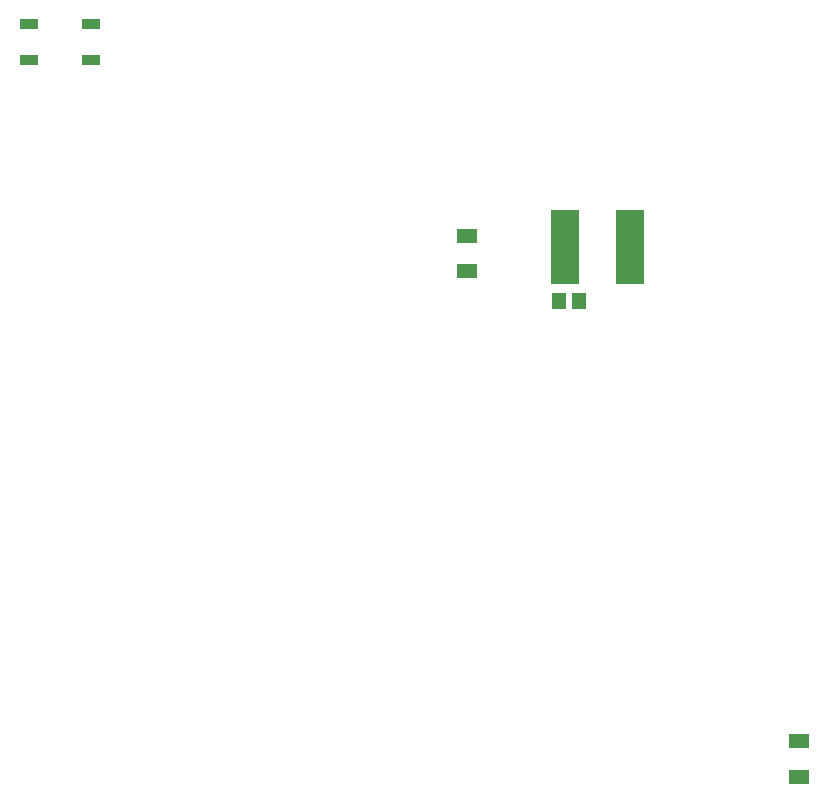
<source format=gtp>
G04*
G04 #@! TF.GenerationSoftware,Altium Limited,Altium Designer,21.6.4 (81)*
G04*
G04 Layer_Color=8421504*
%FSLAX25Y25*%
%MOIN*%
G70*
G04*
G04 #@! TF.SameCoordinates,4CA0FBB6-7D73-4BA8-9560-2460E3BCD6C6*
G04*
G04*
G04 #@! TF.FilePolarity,Positive*
G04*
G01*
G75*
%ADD17R,0.06299X0.03369*%
%ADD18R,0.04567X0.05787*%
%ADD19R,0.09724X0.24882*%
%ADD20R,0.07087X0.04724*%
%ADD21R,0.06693X0.04528*%
D17*
X138500Y289985D02*
D03*
Y302015D02*
D03*
X159000Y289985D02*
D03*
Y302015D02*
D03*
D18*
X315000Y209500D02*
D03*
X321929D02*
D03*
D19*
X338811Y227500D02*
D03*
X317000D02*
D03*
D20*
X395000Y62811D02*
D03*
Y51000D02*
D03*
D21*
X284500Y219500D02*
D03*
Y231311D02*
D03*
M02*

</source>
